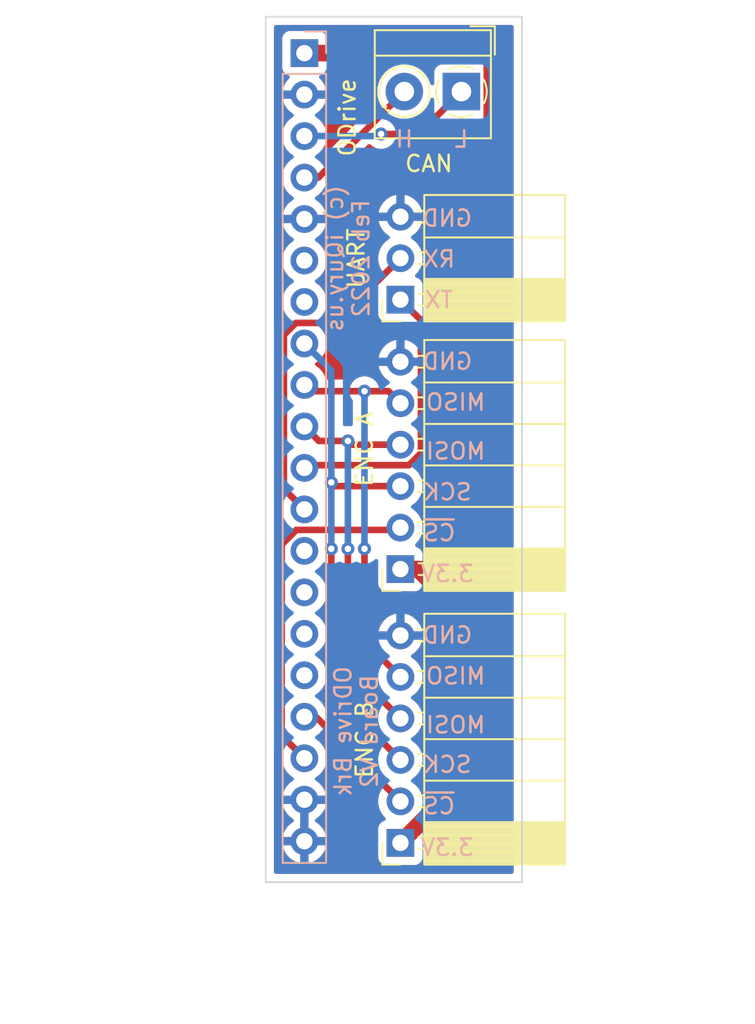
<source format=kicad_pcb>
(kicad_pcb (version 20220131) (generator pcbnew)
  (layers (0 "F.Cu" signal) (31 "B.Cu" signal) (34 "B.Paste" user) (35 "F.Paste" user) (36 "B.SilkS" user "B.Silkscreen") (37 "F.SilkS" user "F.Silkscreen") (38 "B.Mask" user) (39 "F.Mask" user) (44 "Edge.Cuts" user))
  (net 0 "")
  (net 1 "Net-(J1-Pin_1)")
  (net 2 "GND")
  (net 3 "Net-(J1-Pin_3)")
  (net 4 "Net-(J1-Pin_4)")
  (net 7 "Net-(J1-Pin_8)")
  (net 8 "Net-(J1-Pin_9)")
  (net 9 "Net-(J1-Pin_10)")
  (net 10 "Net-(J1-Pin_11)")
  (net 11 "Net-(J1-Pin_12)")
  (net 16 "Net-(J1-Pin_17)")
  (net 17 "Net-(J1-Pin_18)")
  (footprint "TerminalBlock_MetzConnect:TerminalBlock_MetzConnect_Type059_RT06302HBWC_1x02_P3.50mm_Horizontal" (layer "F.Cu") (at 136.497 72.586 180)
    (fp_text reference "J2" hide)
    (fp_text value "CAN")
    (fp_line (start -2.05 2.26) (end -2.05 4) (stroke (width 0.12)) (layer "F.SilkS"))
    (fp_line (start -2.05 4) (end -0.55 4) (stroke (width 0.12)) (layer "F.SilkS"))
    (fp_line (start -1.81 -2.86) (end -1.81 3.76) (stroke (width 0.12)) (layer "F.SilkS"))
    (fp_line (start -1.81 -2.86) (end 5.31 -2.86) (stroke (width 0.12)) (layer "F.SilkS"))
    (fp_line (start -1.81 2.2) (end 5.31 2.2) (stroke (width 0.12)) (layer "F.SilkS"))
    (fp_line (start -1.81 3.76) (end 5.31 3.76) (stroke (width 0.12)) (layer "F.SilkS"))
    (fp_line (start 2.397 0.914) (end 2.321 0.99) (stroke (width 0.12)) (layer "F.SilkS"))
    (fp_line (start 2.565 1.125) (end 2.511 1.18) (stroke (width 0.12)) (layer "F.SilkS"))
    (fp_line (start 4.49 -1.18) (end 4.436 -1.126) (stroke (width 0.12)) (layer "F.SilkS"))
    (fp_line (start 4.68 -0.99) (end 4.604 -0.914) (stroke (width 0.12)) (layer "F.SilkS"))
    (fp_line (start 5.31 -2.86) (end 5.31 3.76) (stroke (width 0.12)) (layer "F.SilkS"))
    (fp_arc (start -1.386645 0.705733) (mid -1.555906 -0.000711) (end -1.386 -0.707) (stroke (width 0.12)) (layer "F.SilkS"))
    (fp_arc (start -0.705733 -1.386645) (mid 0.000711 -1.555906) (end 0.707 -1.386) (stroke (width 0.12)) (layer "F.SilkS"))
    (fp_arc (start 0.026444 1.555682) (mid -0.350695 1.515869) (end -0.707 1.386) (stroke (width 0.12)) (layer "F.SilkS"))
    (fp_arc (start 0.705955 1.385515) (mid 0.363007 1.512035) (end 0 1.555) (stroke (width 0.12)) (layer "F.SilkS"))
    (fp_arc (start 1.386645 -0.705733) (mid 1.555906 0.000711) (end 1.386 0.707) (stroke (width 0.12)) (layer "F.SilkS"))
    (fp_circle (center 3.5 0) (end 5.055 0) (stroke (width 0.12)) (fill none) (layer "F.SilkS"))
    (pad "1" thru_hole rect (at 0 0 180) (size 2.3 2.3) (drill 1.2) (layers *.Cu *.Mask) (net 3 "Net-(J1-Pin_3)"))
    (pad "2" thru_hole circle (at 3.5 0 180) (size 2.3 2.3) (drill 1.2) (layers *.Cu *.Mask) (net 4 "Net-(J1-Pin_4)"))
  )
  (footprint "Connector_PinSocket_2.54mm:PinSocket_1x06_P2.54mm_Horizontal" (layer "F.Cu") (at 132.76 118.593 180)
    (fp_text reference "J5" hide)
    (fp_text value "ENC B")
    (fp_line (start -10.09 -1.33) (end -10.09 14.03) (stroke (width 0.12)) (layer "F.SilkS"))
    (fp_line (start -10.09 -1.33) (end -1.46 -1.33) (stroke (width 0.12)) (layer "F.SilkS"))
    (fp_line (start -10.09 -1.21) (end -1.46 -1.21) (stroke (width 0.12)) (layer "F.SilkS"))
    (fp_line (start -10.09 -1.091905) (end -1.46 -1.091905) (stroke (width 0.12)) (layer "F.SilkS"))
    (fp_line (start -10.09 -0.97381) (end -1.46 -0.97381) (stroke (width 0.12)) (layer "F.SilkS"))
    (fp_line (start -10.09 -0.855715) (end -1.46 -0.855715) (stroke (width 0.12)) (layer "F.SilkS"))
    (fp_line (start -10.09 -0.73762) (end -1.46 -0.73762) (stroke (width 0.12)) (layer "F.SilkS"))
    (fp_line (start -10.09 -0.619525) (end -1.46 -0.619525) (stroke (width 0.12)) (layer "F.SilkS"))
    (fp_line (start -10.09 -0.50143) (end -1.46 -0.50143) (stroke (width 0.12)) (layer "F.SilkS"))
    (fp_line (start -10.09 -0.383335) (end -1.46 -0.383335) (stroke (width 0.12)) (layer "F.SilkS"))
    (fp_line (start -10.09 -0.26524) (end -1.46 -0.26524) (stroke (width 0.12)) (layer "F.SilkS"))
    (fp_line (start -10.09 -0.147145) (end -1.46 -0.147145) (stroke (width 0.12)) (layer "F.SilkS"))
    (fp_line (start -10.09 -0.02905) (end -1.46 -0.02905) (stroke (width 0.12)) (layer "F.SilkS"))
    (fp_line (start -10.09 0.089045) (end -1.46 0.089045) (stroke (width 0.12)) (layer "F.SilkS"))
    (fp_line (start -10.09 0.20714) (end -1.46 0.20714) (stroke (width 0.12)) (layer "F.SilkS"))
    (fp_line (start -10.09 0.325235) (end -1.46 0.325235) (stroke (width 0.12)) (layer "F.SilkS"))
    (fp_line (start -10.09 0.44333) (end -1.46 0.44333) (stroke (width 0.12)) (layer "F.SilkS"))
    (fp_line (start -10.09 0.561425) (end -1.46 0.561425) (stroke (width 0.12)) (layer "F.SilkS"))
    (fp_line (start -10.09 0.67952) (end -1.46 0.67952) (stroke (width 0.12)) (layer "F.SilkS"))
    (fp_line (start -10.09 0.797615) (end -1.46 0.797615) (stroke (width 0.12)) (layer "F.SilkS"))
    (fp_line (start -10.09 0.91571) (end -1.46 0.91571) (stroke (width 0.12)) (layer "F.SilkS"))
    (fp_line (start -10.09 1.033805) (end -1.46 1.033805) (stroke (width 0.12)) (layer "F.SilkS"))
    (fp_line (start -10.09 1.1519) (end -1.46 1.1519) (stroke (width 0.12)) (layer "F.SilkS"))
    (fp_line (start -10.09 1.27) (end -1.46 1.27) (stroke (width 0.12)) (layer "F.SilkS"))
    (fp_line (start -10.09 3.81) (end -1.46 3.81) (stroke (width 0.12)) (layer "F.SilkS"))
    (fp_line (start -10.09 6.35) (end -1.46 6.35) (stroke (width 0.12)) (layer "F.SilkS"))
    (fp_line (start -10.09 8.89) (end -1.46 8.89) (stroke (width 0.12)) (layer "F.SilkS"))
    (fp_line (start -10.09 11.43) (end -1.46 11.43) (stroke (width 0.12)) (layer "F.SilkS"))
    (fp_line (start -10.09 14.03) (end -1.46 14.03) (stroke (width 0.12)) (layer "F.SilkS"))
    (fp_line (start -1.46 -1.33) (end -1.46 14.03) (stroke (width 0.12)) (layer "F.SilkS"))
    (fp_line (start -1.46 -0.36) (end -1.11 -0.36) (stroke (width 0.12)) (layer "F.SilkS"))
    (fp_line (start -1.46 0.36) (end -1.11 0.36) (stroke (width 0.12)) (layer "F.SilkS"))
    (fp_line (start -1.46 2.18) (end -1.05 2.18) (stroke (width 0.12)) (layer "F.SilkS"))
    (fp_line (start -1.46 2.9) (end -1.05 2.9) (stroke (width 0.12)) (layer "F.SilkS"))
    (fp_line (start -1.46 4.72) (end -1.05 4.72) (stroke (width 0.12)) (layer "F.SilkS"))
    (fp_line (start -1.46 5.44) (end -1.05 5.44) (stroke (width 0.12)) (layer "F.SilkS"))
    (fp_line (start -1.46 7.26) (end -1.05 7.26) (stroke (width 0.12)) (layer "F.SilkS"))
    (fp_line (start -1.46 7.98) (end -1.05 7.98) (stroke (width 0.12)) (layer "F.SilkS"))
    (fp_line (start -1.46 9.8) (end -1.05 9.8) (stroke (width 0.12)) (layer "F.SilkS"))
    (fp_line (start -1.46 10.52) (end -1.05 10.52) (stroke (width 0.12)) (layer "F.SilkS"))
    (fp_line (start -1.46 12.34) (end -1.05 12.34) (stroke (width 0.12)) (layer "F.SilkS"))
    (fp_line (start -1.46 13.06) (end -1.05 13.06) (stroke (width 0.12)) (layer "F.SilkS"))
    (fp_line (start 0 -1.33) (end 1.11 -1.33) (stroke (width 0.12)) (layer "F.SilkS"))
    (fp_line (start 1.11 -1.33) (end 1.11 0) (stroke (width 0.12)) (layer "F.SilkS"))
    (pad "1" thru_hole rect (at 0 0 180) (size 1.7 1.7) (drill 1) (layers *.Cu *.Mask) (net 1 "Net-(J1-Pin_1)"))
    (pad "2" thru_hole oval (at 0 2.54 180) (size 1.7 1.7) (drill 1) (layers *.Cu *.Mask) (net 16 "Net-(J1-Pin_17)"))
    (pad "3" thru_hole oval (at 0 5.08 180) (size 1.7 1.7) (drill 1) (layers *.Cu *.Mask) (net 7 "Net-(J1-Pin_8)"))
    (pad "4" thru_hole oval (at 0 7.62 180) (size 1.7 1.7) (drill 1) (layers *.Cu *.Mask) (net 9 "Net-(J1-Pin_10)"))
    (pad "5" thru_hole oval (at 0 10.16 180) (size 1.7 1.7) (drill 1) (layers *.Cu *.Mask) (net 8 "Net-(J1-Pin_9)"))
    (pad "6" thru_hole oval (at 0 12.7 180) (size 1.7 1.7) (drill 1) (layers *.Cu *.Mask) (net 2 "GND"))
  )
  (footprint "Connector_PinSocket_2.54mm:PinSocket_1x06_P2.54mm_Horizontal" (layer "F.Cu") (at 132.76 101.829 180)
    (fp_text reference "J4" hide)
    (fp_text value "ENC A")
    (fp_line (start -10.09 -1.33) (end -10.09 14.03) (stroke (width 0.12)) (layer "F.SilkS"))
    (fp_line (start -10.09 -1.33) (end -1.46 -1.33) (stroke (width 0.12)) (layer "F.SilkS"))
    (fp_line (start -10.09 -1.21) (end -1.46 -1.21) (stroke (width 0.12)) (layer "F.SilkS"))
    (fp_line (start -10.09 -1.091905) (end -1.46 -1.091905) (stroke (width 0.12)) (layer "F.SilkS"))
    (fp_line (start -10.09 -0.97381) (end -1.46 -0.97381) (stroke (width 0.12)) (layer "F.SilkS"))
    (fp_line (start -10.09 -0.855715) (end -1.46 -0.855715) (stroke (width 0.12)) (layer "F.SilkS"))
    (fp_line (start -10.09 -0.73762) (end -1.46 -0.73762) (stroke (width 0.12)) (layer "F.SilkS"))
    (fp_line (start -10.09 -0.619525) (end -1.46 -0.619525) (stroke (width 0.12)) (layer "F.SilkS"))
    (fp_line (start -10.09 -0.50143) (end -1.46 -0.50143) (stroke (width 0.12)) (layer "F.SilkS"))
    (fp_line (start -10.09 -0.383335) (end -1.46 -0.383335) (stroke (width 0.12)) (layer "F.SilkS"))
    (fp_line (start -10.09 -0.26524) (end -1.46 -0.26524) (stroke (width 0.12)) (layer "F.SilkS"))
    (fp_line (start -10.09 -0.147145) (end -1.46 -0.147145) (stroke (width 0.12)) (layer "F.SilkS"))
    (fp_line (start -10.09 -0.02905) (end -1.46 -0.02905) (stroke (width 0.12)) (layer "F.SilkS"))
    (fp_line (start -10.09 0.089045) (end -1.46 0.089045) (stroke (width 0.12)) (layer "F.SilkS"))
    (fp_line (start -10.09 0.20714) (end -1.46 0.20714) (stroke (width 0.12)) (layer "F.SilkS"))
    (fp_line (start -10.09 0.325235) (end -1.46 0.325235) (stroke (width 0.12)) (layer "F.SilkS"))
    (fp_line (start -10.09 0.44333) (end -1.46 0.44333) (stroke (width 0.12)) (layer "F.SilkS"))
    (fp_line (start -10.09 0.561425) (end -1.46 0.561425) (stroke (width 0.12)) (layer "F.SilkS"))
    (fp_line (start -10.09 0.67952) (end -1.46 0.67952) (stroke (width 0.12)) (layer "F.SilkS"))
    (fp_line (start -10.09 0.797615) (end -1.46 0.797615) (stroke (width 0.12)) (layer "F.SilkS"))
    (fp_line (start -10.09 0.91571) (end -1.46 0.91571) (stroke (width 0.12)) (layer "F.SilkS"))
    (fp_line (start -10.09 1.033805) (end -1.46 1.033805) (stroke (width 0.12)) (layer "F.SilkS"))
    (fp_line (start -10.09 1.1519) (end -1.46 1.1519) (stroke (width 0.12)) (layer "F.SilkS"))
    (fp_line (start -10.09 1.27) (end -1.46 1.27) (stroke (width 0.12)) (layer "F.SilkS"))
    (fp_line (start -10.09 3.81) (end -1.46 3.81) (stroke (width 0.12)) (layer "F.SilkS"))
    (fp_line (start -10.09 6.35) (end -1.46 6.35) (stroke (width 0.12)) (layer "F.SilkS"))
    (fp_line (start -10.09 8.89) (end -1.46 8.89) (stroke (width 0.12)) (layer "F.SilkS"))
    (fp_line (start -10.09 11.43) (end -1.46 11.43) (stroke (width 0.12)) (layer "F.SilkS"))
    (fp_line (start -10.09 14.03) (end -1.46 14.03) (stroke (width 0.12)) (layer "F.SilkS"))
    (fp_line (start -1.46 -1.33) (end -1.46 14.03) (stroke (width 0.12)) (layer "F.SilkS"))
    (fp_line (start -1.46 -0.36) (end -1.11 -0.36) (stroke (width 0.12)) (layer "F.SilkS"))
    (fp_line (start -1.46 0.36) (end -1.11 0.36) (stroke (width 0.12)) (layer "F.SilkS"))
    (fp_line (start -1.46 2.18) (end -1.05 2.18) (stroke (width 0.12)) (layer "F.SilkS"))
    (fp_line (start -1.46 2.9) (end -1.05 2.9) (stroke (width 0.12)) (layer "F.SilkS"))
    (fp_line (start -1.46 4.72) (end -1.05 4.72) (stroke (width 0.12)) (layer "F.SilkS"))
    (fp_line (start -1.46 5.44) (end -1.05 5.44) (stroke (width 0.12)) (layer "F.SilkS"))
    (fp_line (start -1.46 7.26) (end -1.05 7.26) (stroke (width 0.12)) (layer "F.SilkS"))
    (fp_line (start -1.46 7.98) (end -1.05 7.98) (stroke (width 0.12)) (layer "F.SilkS"))
    (fp_line (start -1.46 9.8) (end -1.05 9.8) (stroke (width 0.12)) (layer "F.SilkS"))
    (fp_line (start -1.46 10.52) (end -1.05 10.52) (stroke (width 0.12)) (layer "F.SilkS"))
    (fp_line (start -1.46 12.34) (end -1.05 12.34) (stroke (width 0.12)) (layer "F.SilkS"))
    (fp_line (start -1.46 13.06) (end -1.05 13.06) (stroke (width 0.12)) (layer "F.SilkS"))
    (fp_line (start 0 -1.33) (end 1.11 -1.33) (stroke (width 0.12)) (layer "F.SilkS"))
    (fp_line (start 1.11 -1.33) (end 1.11 0) (stroke (width 0.12)) (layer "F.SilkS"))
    (pad "1" thru_hole rect (at 0 0 180) (size 1.7 1.7) (drill 1) (layers *.Cu *.Mask) (net 1 "Net-(J1-Pin_1)"))
    (pad "2" thru_hole oval (at 0 2.54 180) (size 1.7 1.7) (drill 1) (layers *.Cu *.Mask) (net 17 "Net-(J1-Pin_18)"))
    (pad "3" thru_hole oval (at 0 5.08 180) (size 1.7 1.7) (drill 1) (layers *.Cu *.Mask) (net 7 "Net-(J1-Pin_8)"))
    (pad "4" thru_hole oval (at 0 7.62 180) (size 1.7 1.7) (drill 1) (layers *.Cu *.Mask) (net 9 "Net-(J1-Pin_10)"))
    (pad "5" thru_hole oval (at 0 10.16 180) (size 1.7 1.7) (drill 1) (layers *.Cu *.Mask) (net 8 "Net-(J1-Pin_9)"))
    (pad "6" thru_hole oval (at 0 12.7 180) (size 1.7 1.7) (drill 1) (layers *.Cu *.Mask) (net 2 "GND"))
  )
  (footprint "Connector_PinSocket_2.54mm:PinSocket_1x03_P2.54mm_Horizontal" (layer "F.Cu") (at 132.76 85.329 180)
    (fp_text reference "J3" hide)
    (fp_text value "UART")
    (fp_line (start -10.09 -1.33) (end -10.09 6.41) (stroke (width 0.12)) (layer "F.SilkS"))
    (fp_line (start -10.09 -1.33) (end -1.46 -1.33) (stroke (width 0.12)) (layer "F.SilkS"))
    (fp_line (start -10.09 -1.21) (end -1.46 -1.21) (stroke (width 0.12)) (layer "F.SilkS"))
    (fp_line (start -10.09 -1.091905) (end -1.46 -1.091905) (stroke (width 0.12)) (layer "F.SilkS"))
    (fp_line (start -10.09 -0.97381) (end -1.46 -0.97381) (stroke (width 0.12)) (layer "F.SilkS"))
    (fp_line (start -10.09 -0.855715) (end -1.46 -0.855715) (stroke (width 0.12)) (layer "F.SilkS"))
    (fp_line (start -10.09 -0.73762) (end -1.46 -0.73762) (stroke (width 0.12)) (layer "F.SilkS"))
    (fp_line (start -10.09 -0.619525) (end -1.46 -0.619525) (stroke (width 0.12)) (layer "F.SilkS"))
    (fp_line (start -10.09 -0.50143) (end -1.46 -0.50143) (stroke (width 0.12)) (layer "F.SilkS"))
    (fp_line (start -10.09 -0.383335) (end -1.46 -0.383335) (stroke (width 0.12)) (layer "F.SilkS"))
    (fp_line (start -10.09 -0.26524) (end -1.46 -0.26524) (stroke (width 0.12)) (layer "F.SilkS"))
    (fp_line (start -10.09 -0.147145) (end -1.46 -0.147145) (stroke (width 0.12)) (layer "F.SilkS"))
    (fp_line (start -10.09 -0.02905) (end -1.46 -0.02905) (stroke (width 0.12)) (layer "F.SilkS"))
    (fp_line (start -10.09 0.089045) (end -1.46 0.089045) (stroke (width 0.12)) (layer "F.SilkS"))
    (fp_line (start -10.09 0.20714) (end -1.46 0.20714) (stroke (width 0.12)) (layer "F.SilkS"))
    (fp_line (start -10.09 0.325235) (end -1.46 0.325235) (stroke (width 0.12)) (layer "F.SilkS"))
    (fp_line (start -10.09 0.44333) (end -1.46 0.44333) (stroke (width 0.12)) (layer "F.SilkS"))
    (fp_line (start -10.09 0.561425) (end -1.46 0.561425) (stroke (width 0.12)) (layer "F.SilkS"))
    (fp_line (start -10.09 0.67952) (end -1.46 0.67952) (stroke (width 0.12)) (layer "F.SilkS"))
    (fp_line (start -10.09 0.797615) (end -1.46 0.797615) (stroke (width 0.12)) (layer "F.SilkS"))
    (fp_line (start -10.09 0.91571) (end -1.46 0.91571) (stroke (width 0.12)) (layer "F.SilkS"))
    (fp_line (start -10.09 1.033805) (end -1.46 1.033805) (stroke (width 0.12)) (layer "F.SilkS"))
    (fp_line (start -10.09 1.1519) (end -1.46 1.1519) (stroke (width 0.12)) (layer "F.SilkS"))
    (fp_line (start -10.09 1.27) (end -1.46 1.27) (stroke (width 0.12)) (layer "F.SilkS"))
    (fp_line (start -10.09 3.81) (end -1.46 3.81) (stroke (width 0.12)) (layer "F.SilkS"))
    (fp_line (start -10.09 6.41) (end -1.46 6.41) (stroke (width 0.12)) (layer "F.SilkS"))
    (fp_line (start -1.46 -1.33) (end -1.46 6.41) (stroke (width 0.12)) (layer "F.SilkS"))
    (fp_line (start -1.46 -0.36) (end -1.11 -0.36) (stroke (width 0.12)) (layer "F.SilkS"))
    (fp_line (start -1.46 0.36) (end -1.11 0.36) (stroke (width 0.12)) (layer "F.SilkS"))
    (fp_line (start -1.46 2.18) (end -1.05 2.18) (stroke (width 0.12)) (layer "F.SilkS"))
    (fp_line (start -1.46 2.9) (end -1.05 2.9) (stroke (width 0.12)) (layer "F.SilkS"))
    (fp_line (start -1.46 4.72) (end -1.05 4.72) (stroke (width 0.12)) (layer "F.SilkS"))
    (fp_line (start -1.46 5.44) (end -1.05 5.44) (stroke (width 0.12)) (layer "F.SilkS"))
    (fp_line (start 0 -1.33) (end 1.11 -1.33) (stroke (width 0.12)) (layer "F.SilkS"))
    (fp_line (start 1.11 -1.33) (end 1.11 0) (stroke (width 0.12)) (layer "F.SilkS"))
    (pad "1" thru_hole rect (at 0 0 180) (size 1.7 1.7) (drill 1) (layers *.Cu *.Mask) (net 10 "Net-(J1-Pin_11)"))
    (pad "2" thru_hole oval (at 0 2.54 180) (size 1.7 1.7) (drill 1) (layers *.Cu *.Mask) (net 11 "Net-(J1-Pin_12)"))
    (pad "3" thru_hole oval (at 0 5.08 180) (size 1.7 1.7) (drill 1) (layers *.Cu *.Mask) (net 2 "GND"))
  )
  (footprint "Connector_PinHeader_2.54mm:PinHeader_1x20_P2.54mm_Vertical" (layer "B.Cu") (at 126.873 70.231 180)
    (fp_text reference "J1" hide)
    (fp_text value "ODrive")
    (fp_line (start -1.33 -49.59) (end 1.33 -49.59) (stroke (width 0.12)) (layer "B.SilkS"))
    (fp_line (start -1.33 -1.27) (end -1.33 -49.59) (stroke (width 0.12)) (layer "B.SilkS"))
    (fp_line (start -1.33 -1.27) (end 1.33 -1.27) (stroke (width 0.12)) (layer "B.SilkS"))
    (fp_line (start -1.33 0) (end -1.33 1.33) (stroke (width 0.12)) (layer "B.SilkS"))
    (fp_line (start -1.33 1.33) (end 0 1.33) (stroke (width 0.12)) (layer "B.SilkS"))
    (fp_line (start 1.33 -1.27) (end 1.33 -49.59) (stroke (width 0.12)) (layer "B.SilkS"))
    (pad "1" thru_hole rect (at 0 0 180) (size 1.7 1.7) (drill 1) (layers *.Cu *.Mask) (net 1 "Net-(J1-Pin_1)"))
    (pad "2" thru_hole oval (at 0 -2.54 180) (size 1.7 1.7) (drill 1) (layers *.Cu *.Mask) (net 2 "GND"))
    (pad "3" thru_hole oval (at 0 -5.08 180) (size 1.7 1.7) (drill 1) (layers *.Cu *.Mask) (net 3 "Net-(J1-Pin_3)"))
    (pad "4" thru_hole oval (at 0 -7.62 180) (size 1.7 1.7) (drill 1) (layers *.Cu *.Mask) (net 4 "Net-(J1-Pin_4)"))
    (pad "5" thru_hole oval (at 0 -10.16 180) (size 1.7 1.7) (drill 1) (layers *.Cu *.Mask) (net 2 "GND"))
    (pad "6" thru_hole oval (at 0 -12.7 180) (size 1.7 1.7) (drill 1) (layers *.Cu *.Mask))
    (pad "7" thru_hole oval (at 0 -15.24 180) (size 1.7 1.7) (drill 1) (layers *.Cu *.Mask))
    (pad "8" thru_hole oval (at 0 -17.78 180) (size 1.7 1.7) (drill 1) (layers *.Cu *.Mask) (net 7 "Net-(J1-Pin_8)"))
    (pad "9" thru_hole oval (at 0 -20.32 180) (size 1.7 1.7) (drill 1) (layers *.Cu *.Mask) (net 8 "Net-(J1-Pin_9)"))
    (pad "10" thru_hole oval (at 0 -22.86 180) (size 1.7 1.7) (drill 1) (layers *.Cu *.Mask) (net 9 "Net-(J1-Pin_10)"))
    (pad "11" thru_hole oval (at 0 -25.4 180) (size 1.7 1.7) (drill 1) (layers *.Cu *.Mask) (net 10 "Net-(J1-Pin_11)"))
    (pad "12" thru_hole oval (at 0 -27.94 180) (size 1.7 1.7) (drill 1) (layers *.Cu *.Mask) (net 11 "Net-(J1-Pin_12)"))
    (pad "13" thru_hole oval (at 0 -30.48 180) (size 1.7 1.7) (drill 1) (layers *.Cu *.Mask))
    (pad "14" thru_hole oval (at 0 -33.02 180) (size 1.7 1.7) (drill 1) (layers *.Cu *.Mask))
    (pad "15" thru_hole oval (at 0 -35.56 180) (size 1.7 1.7) (drill 1) (layers *.Cu *.Mask))
    (pad "16" thru_hole oval (at 0 -38.1 180) (size 1.7 1.7) (drill 1) (layers *.Cu *.Mask))
    (pad "17" thru_hole oval (at 0 -40.64 180) (size 1.7 1.7) (drill 1) (layers *.Cu *.Mask) (net 16 "Net-(J1-Pin_17)"))
    (pad "18" thru_hole oval (at 0 -43.18 180) (size 1.7 1.7) (drill 1) (layers *.Cu *.Mask) (net 17 "Net-(J1-Pin_18)"))
    (pad "19" thru_hole oval (at 0 -45.72 180) (size 1.7 1.7) (drill 1) (layers *.Cu *.Mask) (net 2 "GND"))
    (pad "20" thru_hole oval (at 0 -48.26 180) (size 1.7 1.7) (drill 1) (layers *.Cu *.Mask) (net 2 "GND"))
  )
  (gr_line (start 140.208 68) (end 140.208 121) (stroke (width 0.1)) (layer "Edge.Cuts"))
  (gr_line (start 140.208 121) (end 124.5 121) (stroke (width 0.1)) (layer "Edge.Cuts"))
  (gr_line (start 124.5 121) (end 124.5 68) (stroke (width 0.1)) (layer "Edge.Cuts"))
  (gr_line (start 124.5 68) (end 140.208 68) (stroke (width 0.1)) (layer "Edge.Cuts"))
  (gr_text "L" (at 136.5 75.5) (layer "B.SilkS") (effects (font (size 1 1)) (justify mirror)))
  (gr_text "MOSI" (at 136.144 94.608) (layer "B.SilkS") (effects (font (size 1 1)) (justify mirror)))
  (gr_text "H" (at 133 75.5) (layer "B.SilkS") (effects (font (size 1 1)) (justify mirror)))
  (gr_text "RX" (at 135.128 82.844) (layer "B.SilkS") (effects (font (size 1 1)) (justify mirror)))
  (gr_text "MISO" (at 136.144 91.608) (layer "B.SilkS") (effects (font (size 1 1)) (justify mirror)))
  (gr_text "MISO" (at 136.144 108.372) (layer "B.SilkS") (effects (font (size 1 1)) (justify mirror)))
  (gr_text "MOSI" (at 136.144 111.372) (layer "B.SilkS") (effects (font (size 1 1)) (justify mirror)))
  (gr_text "~{CS}" (at 135.144 99.608) (layer "B.SilkS") (effects (font (size 1 1)) (justify mirror)))
  (gr_text "GND" (at 135.636 105.872) (layer "B.SilkS") (effects (font (size 1 1)) (justify mirror)))
  (gr_text "3.3V" (at 135.636 102.108) (layer "B.SilkS") (effects (font (size 1 1)) (justify mirror)))
  (gr_text "SCK" (at 135.636 113.792) (layer "B.SilkS") (effects (font (size 1 1)) (justify mirror)))
  (gr_text "TX" (at 135.128 85.344) (layer "B.SilkS") (effects (font (size 1 1)) (justify mirror)))
  (gr_text "~{CS}" (at 135.128 116.332) (layer "B.SilkS") (effects (font (size 1 1)) (justify mirror)))
  (gr_text "GND" (at 135.644 89.108) (layer "B.SilkS") (effects (font (size 1 1)) (justify mirror)))
  (gr_text "(c) iQury.us\nFeb 2022" (at 129.54 82.804 90) (layer "B.SilkS") (effects (font (size 1 1)) (justify mirror)))
  (gr_text "ODrive Brk\nBoard V2" (at 130.048 111.76 90) (layer "B.SilkS") (effects (font (size 1 1)) (justify mirror)))
  (gr_text "3.3V" (at 135.636 118.872) (layer "B.SilkS") (effects (font (size 1 1)) (justify mirror)))
  (gr_text "GND" (at 135.628 80.344) (layer "B.SilkS") (effects (font (size 1 1)) (justify mirror)))
  (gr_text "SCK" (at 135.644 97.108) (layer "B.SilkS") (effects (font (size 1 1)) (justify mirror)))
  (gr_text "ODrive" (at 129.5 74.168 90) (layer "F.SilkS") (effects (font (size 1 1))))
  (gr_text "CAN" (at 134.5 77) (layer "F.SilkS") (effects (font (size 1 1))))
  (gr_text "ENC B" (at 130.556 112.268 90) (layer "F.SilkS") (effects (font (size 1 1))))
  (gr_text "ENC A" (at 130.556 94.488 90) (layer "F.SilkS") (effects (font (size 1 1))))
  (gr_text "UART" (at 130.048 82.804 90) (layer "F.SilkS") (effects (font (size 1 1))))
  (segment (start 135.636 115.717) (end 135.636 103.632) (width 1.016) (layer "F.Cu") (net 1))
  (segment (start 138.357711 97.862289) (end 134.391 101.829) (width 1.016) (layer "F.Cu") (net 1))
  (segment (start 137.863422 70.231) (end 138.357711 70.725289) (width 1.016) (layer "F.Cu") (net 1))
  (segment (start 133.833 101.829) (end 132.76 101.829) (width 1.016) (layer "F.Cu") (net 1))
  (segment (start 135.636 103.632) (end 133.833 101.829) (width 1.016) (layer "F.Cu") (net 1))
  (segment (start 138.357711 70.725289) (end 138.357711 97.862289) (width 1.016) (layer "F.Cu") (net 1))
  (segment (start 132.76 118.593) (end 135.636 115.717) (width 1.016) (layer "F.Cu") (net 1))
  (segment (start 126.873 70.231) (end 137.863422 70.231) (width 1.016) (layer "F.Cu") (net 1))
  (segment (start 134.391 101.829) (end 132.76 101.829) (width 1.016) (layer "F.Cu") (net 1))
  (segment (start 133.899 75.184) (end 131.572 75.184) (width 0.4064) (layer "F.Cu") (net 3))
  (segment (start 136.497 72.586) (end 133.899 75.184) (width 0.4064) (layer "F.Cu") (net 3))
  (via (at 131.572 75.184) (size 0.8) (drill 0.4) (layers "F.Cu" "B.Cu") (net 3))
  (segment (start 131.572 75.184) (end 131.445 75.311) (width 0.4064) (layer "B.Cu") (net 3))
  (segment (start 131.445 75.311) (end 126.873 75.311) (width 0.4064) (layer "B.Cu") (net 3))
  (segment (start 127.732 77.851) (end 126.873 77.851) (width 0.4064) (layer "F.Cu") (net 4))
  (segment (start 132.997 72.586) (end 127.732 77.851) (width 0.4064) (layer "F.Cu") (net 4))
  (segment (start 132.76 96.749) (end 128.753 96.749) (width 0.4064) (layer "F.Cu") (net 7))
  (segment (start 128.524 109.277) (end 128.524 100.584) (width 0.4064) (layer "F.Cu") (net 7))
  (segment (start 132.76 113.513) (end 128.524 109.277) (width 0.4064) (layer "F.Cu") (net 7))
  (segment (start 128.753 96.749) (end 128.524 96.52) (width 0.4064) (layer "F.Cu") (net 7))
  (via (at 128.524 100.584) (size 0.8) (drill 0.4) (layers "F.Cu" "B.Cu") (net 7))
  (via (at 128.524 96.52) (size 0.8) (drill 0.4) (layers "F.Cu" "B.Cu") (net 7))
  (segment (start 128.524 100.584) (end 128.524 96.52) (width 0.4064) (layer "B.Cu") (net 7))
  (segment (start 128.524 89.662) (end 126.873 88.011) (width 0.4064) (layer "B.Cu") (net 7))
  (segment (start 128.524 96.52) (end 128.524 89.662) (width 0.4064) (layer "B.Cu") (net 7))
  (segment (start 130.556 106.229) (end 130.556 100.584) (width 0.4064) (layer "F.Cu") (net 8))
  (segment (start 132.023 90.932) (end 132.76 91.669) (width 0.4064) (layer "F.Cu") (net 8))
  (segment (start 130.556 90.932) (end 127.254 90.932) (width 0.4064) (layer "F.Cu") (net 8))
  (segment (start 130.556 90.932) (end 132.023 90.932) (width 0.4064) (layer "F.Cu") (net 8))
  (segment (start 127.254 90.932) (end 126.873 90.551) (width 0.4064) (layer "F.Cu") (net 8))
  (segment (start 132.76 108.433) (end 130.556 106.229) (width 0.4064) (layer "F.Cu") (net 8))
  (via (at 130.556 90.932) (size 0.8) (drill 0.4) (layers "F.Cu" "B.Cu") (net 8))
  (via (at 130.556 100.584) (size 0.8) (drill 0.4) (layers "F.Cu" "B.Cu") (net 8))
  (segment (start 130.556 100.584) (end 130.556 90.932) (width 0.4064) (layer "B.Cu") (net 8))
  (segment (start 129.54 93.98) (end 127.762 93.98) (width 0.4064) (layer "F.Cu") (net 9))
  (segment (start 132.76 110.973) (end 129.54 107.753) (width 0.4064) (layer "F.Cu") (net 9))
  (segment (start 129.769 94.209) (end 129.54 93.98) (width 0.4064) (layer "F.Cu") (net 9))
  (segment (start 132.76 94.209) (end 129.769 94.209) (width 0.4064) (layer "F.Cu") (net 9))
  (segment (start 127.762 93.98) (end 126.873 93.091) (width 0.4064) (layer "F.Cu") (net 9))
  (segment (start 129.54 107.753) (end 129.54 100.584) (width 0.4064) (layer "F.Cu") (net 9))
  (via (at 129.54 100.584) (size 0.8) (drill 0.4) (layers "F.Cu" "B.Cu") (net 9))
  (via (at 129.54 93.98) (size 0.8) (drill 0.4) (layers "F.Cu" "B.Cu") (net 9))
  (segment (start 129.54 100.584) (end 129.54 93.98) (width 0.4064) (layer "B.Cu") (net 9))
  (segment (start 132.76 85.329) (end 134.015911 86.584911) (width 0.4064) (layer "F.Cu") (net 10))
  (segment (start 133.280216 95.464911) (end 127.039089 95.464911) (width 0.4064) (layer "F.Cu") (net 10))
  (segment (start 127.039089 95.464911) (end 126.873 95.631) (width 0.4064) (layer "F.Cu") (net 10))
  (segment (start 134.015911 86.584911) (end 134.015911 94.729216) (width 0.4064) (layer "F.Cu") (net 10))
  (segment (start 134.015911 94.729216) (end 133.280216 95.464911) (width 0.4064) (layer "F.Cu") (net 10))
  (segment (start 125.617089 96.915089) (end 126.873 98.171) (width 0.4064) (layer "F.Cu") (net 11))
  (segment (start 132.76 82.789) (end 128.793911 86.755089) (width 0.4064) (layer "F.Cu") (net 11))
  (segment (start 128.793911 86.755089) (end 126.352784 86.755089) (width 0.4064) (layer "F.Cu") (net 11))
  (segment (start 126.352784 86.755089) (end 125.617089 87.490784) (width 0.4064) (layer "F.Cu") (net 11))
  (segment (start 125.617089 87.490784) (end 125.617089 96.915089) (width 0.4064) (layer "F.Cu") (net 11))
  (segment (start 132.76 116.053) (end 127.578 110.871) (width 0.4064) (layer "F.Cu") (net 16))
  (segment (start 127.578 110.871) (end 126.873 110.871) (width 0.4064) (layer "F.Cu") (net 16))
  (segment (start 132.622089 99.426911) (end 126.380962 99.426911) (width 0.4064) (layer "F.Cu") (net 17))
  (segment (start 132.76 99.289) (end 132.622089 99.426911) (width 0.4064) (layer "F.Cu") (net 17))
  (segment (start 125.476 112.014) (end 126.873 113.411) (width 0.4064) (layer "F.Cu") (net 17))
  (segment (start 126.380962 99.426911) (end 125.476 100.331873) (width 0.4064) (layer "F.Cu") (net 17))
  (segment (start 125.476 100.331873) (end 125.476 112.014) (width 0.4064) (layer "F.Cu") (net 17))
  (zone (net 2) (net_name "GND") (layers F&B.Cu) (connect_pads (clearance 0.508)) (min_thickness 0.254) (fill yes (thermal_gap 0.508) (thermal_bridge_width 0.508))
    (polygon (pts (xy 154.5 121.5) (xy 123 121.5) (xy 123 67) (xy 154.5 67)))
  )
)
</source>
